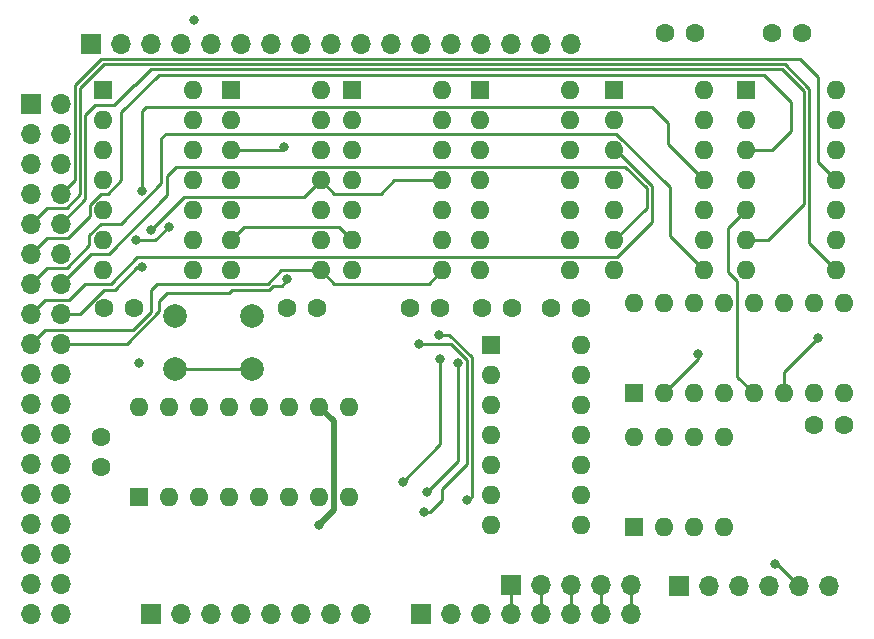
<source format=gbr>
%TF.GenerationSoftware,KiCad,Pcbnew,7.0.9*%
%TF.CreationDate,2025-02-11T06:25:59-06:00*%
%TF.ProjectId,Piggyback MEM0-7 + Addr,50696767-7962-4616-936b-204d454d302d,rev?*%
%TF.SameCoordinates,Original*%
%TF.FileFunction,Copper,L1,Top*%
%TF.FilePolarity,Positive*%
%FSLAX46Y46*%
G04 Gerber Fmt 4.6, Leading zero omitted, Abs format (unit mm)*
G04 Created by KiCad (PCBNEW 7.0.9) date 2025-02-11 06:25:59*
%MOMM*%
%LPD*%
G01*
G04 APERTURE LIST*
%TA.AperFunction,ComponentPad*%
%ADD10C,1.600000*%
%TD*%
%TA.AperFunction,ComponentPad*%
%ADD11R,1.700000X1.700000*%
%TD*%
%TA.AperFunction,ComponentPad*%
%ADD12O,1.700000X1.700000*%
%TD*%
%TA.AperFunction,ComponentPad*%
%ADD13R,1.600000X1.600000*%
%TD*%
%TA.AperFunction,ComponentPad*%
%ADD14O,1.600000X1.600000*%
%TD*%
%TA.AperFunction,ComponentPad*%
%ADD15C,2.000000*%
%TD*%
%TA.AperFunction,ViaPad*%
%ADD16C,0.800000*%
%TD*%
%TA.AperFunction,Conductor*%
%ADD17C,0.400000*%
%TD*%
%TA.AperFunction,Conductor*%
%ADD18C,0.500000*%
%TD*%
%TA.AperFunction,Conductor*%
%ADD19C,0.250000*%
%TD*%
G04 APERTURE END LIST*
D10*
%TO.P,C1,1*%
%TO.N,+5V*%
X75692000Y-90043000D03*
%TO.P,C1,2*%
%TO.N,GND*%
X78232000Y-90043000D03*
%TD*%
D11*
%TO.P,J1,1,Pin_1*%
%TO.N,GND*%
X69469000Y-72771000D03*
D12*
%TO.P,J1,2,Pin_2*%
X72009000Y-72771000D03*
%TO.P,J1,3,Pin_3*%
%TO.N,~{POWER FAIL}*%
X69469000Y-75311000D03*
%TO.P,J1,4,Pin_4*%
%TO.N,MEM OK*%
X72009000Y-75311000D03*
%TO.P,J1,5,Pin_5*%
%TO.N,~{EXEC}*%
X69469000Y-77851000D03*
%TO.P,J1,6,Pin_6*%
%TO.N,~{DEFER}*%
X72009000Y-77851000D03*
%TO.P,J1,7,Pin_7*%
%TO.N,~{FETCH}*%
X69469000Y-80391000D03*
%TO.P,J1,8,Pin_8*%
%TO.N,~{MEM15}*%
X72009000Y-80391000D03*
%TO.P,J1,9,Pin_9*%
%TO.N,~{MEM14}*%
X69469000Y-82931000D03*
%TO.P,J1,10,Pin_10*%
%TO.N,~{MEM13}*%
X72009000Y-82931000D03*
%TO.P,J1,11,Pin_11*%
%TO.N,~{MEM12}*%
X69469000Y-85471000D03*
%TO.P,J1,12,Pin_12*%
%TO.N,~{MEM11}*%
X72009000Y-85471000D03*
%TO.P,J1,13,Pin_13*%
%TO.N,~{MEM10}*%
X69469000Y-88011000D03*
%TO.P,J1,14,Pin_14*%
%TO.N,~{MEM9}*%
X72009000Y-88011000D03*
%TO.P,J1,15,Pin_15*%
%TO.N,~{MEM8}*%
X69469000Y-90551000D03*
%TO.P,J1,16,Pin_16*%
%TO.N,~{MEM7}*%
X72009000Y-90551000D03*
%TO.P,J1,17,Pin_17*%
%TO.N,~{MEM6}*%
X69469000Y-93091000D03*
%TO.P,J1,18,Pin_18*%
%TO.N,~{MEM5}*%
X72009000Y-93091000D03*
%TO.P,J1,19,Pin_19*%
%TO.N,~{MEM4}*%
X69469000Y-95631000D03*
%TO.P,J1,20,Pin_20*%
%TO.N,~{MEM3}*%
X72009000Y-95631000D03*
%TO.P,J1,21,Pin_21*%
%TO.N,~{MEM2}*%
X69469000Y-98171000D03*
%TO.P,J1,22,Pin_22*%
%TO.N,~{MEM1}*%
X72009000Y-98171000D03*
%TO.P,J1,23,Pin_23*%
%TO.N,~{MEM0}*%
X69469000Y-100711000D03*
%TO.P,J1,24,Pin_24*%
%TO.N,~{CARRY}*%
X72009000Y-100711000D03*
%TO.P,J1,25,Pin_25*%
%TO.N,~{ION}*%
X69469000Y-103251000D03*
%TO.P,J1,26,Pin_26*%
%TO.N,~{RUN}*%
X72009000Y-103251000D03*
%TO.P,J1,27,Pin_27*%
%TO.N,~{MBO15}*%
X69469000Y-105791000D03*
%TO.P,J1,28,Pin_28*%
%TO.N,~{MBO14}*%
X72009000Y-105791000D03*
%TO.P,J1,29,Pin_29*%
%TO.N,~{MBO13}*%
X69469000Y-108331000D03*
%TO.P,J1,30,Pin_30*%
%TO.N,~{MBO12}*%
X72009000Y-108331000D03*
%TO.P,J1,31,Pin_31*%
%TO.N,~{MBO11}*%
X69469000Y-110871000D03*
%TO.P,J1,32,Pin_32*%
%TO.N,~{MBO10}*%
X72009000Y-110871000D03*
%TO.P,J1,33,Pin_33*%
%TO.N,~{MBO9}*%
X69469000Y-113411000D03*
%TO.P,J1,34,Pin_34*%
%TO.N,~{MBO8}*%
X72009000Y-113411000D03*
%TO.P,J1,35,Pin_35*%
%TO.N,+5V*%
X69469000Y-115951000D03*
%TO.P,J1,36,Pin_36*%
X72009000Y-115951000D03*
%TD*%
D10*
%TO.P,C7,1*%
%TO.N,+5V*%
X75438000Y-100965000D03*
%TO.P,C7,2*%
%TO.N,GND*%
X75438000Y-103505000D03*
%TD*%
D13*
%TO.P,U1,1*%
%TO.N,CON INST*%
X75565000Y-71628000D03*
D14*
%TO.P,U1,2*%
%TO.N,A15*%
X75565000Y-74168000D03*
%TO.P,U1,3*%
%TO.N,~{MEM0}*%
X75565000Y-76708000D03*
%TO.P,U1,4*%
%TO.N,CON INST*%
X75565000Y-79248000D03*
%TO.P,U1,5*%
%TO.N,A14*%
X75565000Y-81788000D03*
%TO.P,U1,6*%
%TO.N,~{MEM1}*%
X75565000Y-84328000D03*
%TO.P,U1,7,GND*%
%TO.N,GND*%
X75565000Y-86868000D03*
%TO.P,U1,8*%
%TO.N,~{MEM2}*%
X83185000Y-86868000D03*
%TO.P,U1,9*%
%TO.N,CON INST*%
X83185000Y-84328000D03*
%TO.P,U1,10*%
%TO.N,A13*%
X83185000Y-81788000D03*
%TO.P,U1,11*%
%TO.N,~{MEM3}*%
X83185000Y-79248000D03*
%TO.P,U1,12*%
%TO.N,CON INST*%
X83185000Y-76708000D03*
%TO.P,U1,13*%
%TO.N,A12*%
X83185000Y-74168000D03*
%TO.P,U1,14,VCC*%
%TO.N,+5V*%
X83185000Y-71628000D03*
%TD*%
D13*
%TO.P,U8,1*%
%TO.N,CON DATA*%
X118872000Y-71628000D03*
D14*
%TO.P,U8,2*%
%TO.N,Addr08*%
X118872000Y-74168000D03*
%TO.P,U8,3*%
%TO.N,~{MEM8}*%
X118872000Y-76708000D03*
%TO.P,U8,4*%
%TO.N,CON DATA*%
X118872000Y-79248000D03*
%TO.P,U8,5*%
%TO.N,Addr09*%
X118872000Y-81788000D03*
%TO.P,U8,6*%
%TO.N,~{MEM9}*%
X118872000Y-84328000D03*
%TO.P,U8,7,GND*%
%TO.N,GND*%
X118872000Y-86868000D03*
%TO.P,U8,8*%
%TO.N,~{MEM10}*%
X126492000Y-86868000D03*
%TO.P,U8,9*%
%TO.N,CON DATA*%
X126492000Y-84328000D03*
%TO.P,U8,10*%
%TO.N,Addr10*%
X126492000Y-81788000D03*
%TO.P,U8,11*%
%TO.N,~{MEM11}*%
X126492000Y-79248000D03*
%TO.P,U8,12*%
%TO.N,CON DATA*%
X126492000Y-76708000D03*
%TO.P,U8,13*%
%TO.N,Addr11*%
X126492000Y-74168000D03*
%TO.P,U8,14,VCC*%
%TO.N,+5V*%
X126492000Y-71628000D03*
%TD*%
D11*
%TO.P,J3,1,Pin_1*%
%TO.N,A15*%
X74549000Y-67691000D03*
D12*
%TO.P,J3,2,Pin_2*%
%TO.N,A14*%
X77089000Y-67691000D03*
%TO.P,J3,3,Pin_3*%
%TO.N,A13*%
X79629000Y-67691000D03*
%TO.P,J3,4,Pin_4*%
%TO.N,A12*%
X82169000Y-67691000D03*
%TO.P,J3,5,Pin_5*%
%TO.N,A11*%
X84709000Y-67691000D03*
%TO.P,J3,6,Pin_6*%
%TO.N,A10*%
X87249000Y-67691000D03*
%TO.P,J3,7,Pin_7*%
%TO.N,A09*%
X89789000Y-67691000D03*
%TO.P,J3,8,Pin_8*%
%TO.N,A08*%
X92329000Y-67691000D03*
%TO.P,J3,9,Pin_9*%
%TO.N,unconnected-(J3-Pin_9-Pad9)*%
X94869000Y-67691000D03*
%TO.P,J3,10,Pin_10*%
%TO.N,RESTART ENABLE*%
X97409000Y-67691000D03*
%TO.P,J3,11,Pin_11*%
%TO.N,~{RST}*%
X99949000Y-67691000D03*
%TO.P,J3,12,Pin_12*%
%TO.N,~{CON RQ}*%
X102489000Y-67691000D03*
%TO.P,J3,13,Pin_13*%
%TO.N,~{CON INST}*%
X105029000Y-67691000D03*
%TO.P,J3,14,Pin_14*%
%TO.N,~{PL}*%
X107569000Y-67691000D03*
%TO.P,J3,15,Pin_15*%
%TO.N,~{ISTP}*%
X110109000Y-67691000D03*
%TO.P,J3,16,Pin_16*%
%TO.N,A01*%
X112649000Y-67691000D03*
%TO.P,J3,17,Pin_17*%
%TO.N,A00*%
X115189000Y-67691000D03*
%TD*%
D10*
%TO.P,C6,1*%
%TO.N,+5V*%
X135763000Y-99949000D03*
%TO.P,C6,2*%
%TO.N,GND*%
X138303000Y-99949000D03*
%TD*%
D13*
%TO.P,U5,1*%
%TO.N,CON DATA*%
X96647000Y-71628000D03*
D14*
%TO.P,U5,2*%
%TO.N,Addr04*%
X96647000Y-74168000D03*
%TO.P,U5,3*%
%TO.N,~{MEM4}*%
X96647000Y-76708000D03*
%TO.P,U5,4*%
%TO.N,CON DATA*%
X96647000Y-79248000D03*
%TO.P,U5,5*%
%TO.N,Addr05*%
X96647000Y-81788000D03*
%TO.P,U5,6*%
%TO.N,~{MEM5}*%
X96647000Y-84328000D03*
%TO.P,U5,7,GND*%
%TO.N,GND*%
X96647000Y-86868000D03*
%TO.P,U5,8*%
%TO.N,~{MEM6}*%
X104267000Y-86868000D03*
%TO.P,U5,9*%
%TO.N,CON DATA*%
X104267000Y-84328000D03*
%TO.P,U5,10*%
%TO.N,Addr06*%
X104267000Y-81788000D03*
%TO.P,U5,11*%
%TO.N,~{MEM7}*%
X104267000Y-79248000D03*
%TO.P,U5,12*%
%TO.N,CON DATA*%
X104267000Y-76708000D03*
%TO.P,U5,13*%
%TO.N,Addr07*%
X104267000Y-74168000D03*
%TO.P,U5,14,VCC*%
%TO.N,+5V*%
X104267000Y-71628000D03*
%TD*%
D13*
%TO.P,U3,1*%
%TO.N,~{CON INST}*%
X108458000Y-93218000D03*
D14*
%TO.P,U3,2*%
%TO.N,CON INST*%
X108458000Y-95758000D03*
%TO.P,U3,3*%
%TO.N,~{CON DATA}*%
X108458000Y-98298000D03*
%TO.P,U3,4*%
%TO.N,CON DATA*%
X108458000Y-100838000D03*
%TO.P,U3,5*%
%TO.N,N/C*%
X108458000Y-103378000D03*
%TO.P,U3,6*%
X108458000Y-105918000D03*
%TO.P,U3,7,GND*%
%TO.N,GND*%
X108458000Y-108458000D03*
%TO.P,U3,8*%
%TO.N,N/C*%
X116078000Y-108458000D03*
%TO.P,U3,9*%
X116078000Y-105918000D03*
%TO.P,U3,10*%
X116078000Y-103378000D03*
%TO.P,U3,11*%
X116078000Y-100838000D03*
%TO.P,U3,12*%
X116078000Y-98298000D03*
%TO.P,U3,13*%
X116078000Y-95758000D03*
%TO.P,U3,14,VCC*%
%TO.N,+5V*%
X116078000Y-93218000D03*
%TD*%
D13*
%TO.P,U6,1*%
%TO.N,CON DATA*%
X107497000Y-71628000D03*
D14*
%TO.P,U6,2*%
%TO.N,Addr00*%
X107497000Y-74168000D03*
%TO.P,U6,3*%
%TO.N,~{MEM0}*%
X107497000Y-76708000D03*
%TO.P,U6,4*%
%TO.N,CON DATA*%
X107497000Y-79248000D03*
%TO.P,U6,5*%
%TO.N,Addr01*%
X107497000Y-81788000D03*
%TO.P,U6,6*%
%TO.N,~{MEM1}*%
X107497000Y-84328000D03*
%TO.P,U6,7,GND*%
%TO.N,GND*%
X107497000Y-86868000D03*
%TO.P,U6,8*%
%TO.N,~{MEM2}*%
X115117000Y-86868000D03*
%TO.P,U6,9*%
%TO.N,CON DATA*%
X115117000Y-84328000D03*
%TO.P,U6,10*%
%TO.N,Addr02*%
X115117000Y-81788000D03*
%TO.P,U6,11*%
%TO.N,~{MEM3}*%
X115117000Y-79248000D03*
%TO.P,U6,12*%
%TO.N,CON DATA*%
X115117000Y-76708000D03*
%TO.P,U6,13*%
%TO.N,Addr03*%
X115117000Y-74168000D03*
%TO.P,U6,14,VCC*%
%TO.N,+5V*%
X115117000Y-71628000D03*
%TD*%
D10*
%TO.P,C9,1*%
%TO.N,+5V*%
X91186000Y-90043000D03*
%TO.P,C9,2*%
%TO.N,GND*%
X93726000Y-90043000D03*
%TD*%
D11*
%TO.P,J6,1,Pin_1*%
%TO.N,~{CON DATA}*%
X102489000Y-115951000D03*
D12*
%TO.P,J6,2,Pin_2*%
%TO.N,~{CONT+ISTP+MSTP}*%
X105029000Y-115951000D03*
%TO.P,J6,3,Pin_3*%
%TO.N,~{MSTP}*%
X107569000Y-115951000D03*
%TO.P,J6,4,Pin_4*%
%TO.N,DataPin1*%
X110109000Y-115951000D03*
%TO.P,J6,5,Pin_5*%
%TO.N,ClockPin1*%
X112649000Y-115951000D03*
%TO.P,J6,6,Pin_6*%
%TO.N,LatchPin1*%
X115189000Y-115951000D03*
%TO.P,J6,7,Pin_7*%
%TO.N,DataPin2*%
X117729000Y-115951000D03*
%TO.P,J6,8,Pin_8*%
%TO.N,DIP4*%
X120269000Y-115951000D03*
%TD*%
D13*
%TO.P,U7,1*%
%TO.N,CON DATA*%
X130048000Y-71628000D03*
D14*
%TO.P,U7,2*%
%TO.N,Addr12*%
X130048000Y-74168000D03*
%TO.P,U7,3*%
%TO.N,~{MEM12}*%
X130048000Y-76708000D03*
%TO.P,U7,4*%
%TO.N,CON DATA*%
X130048000Y-79248000D03*
%TO.P,U7,5*%
%TO.N,Addr13*%
X130048000Y-81788000D03*
%TO.P,U7,6*%
%TO.N,~{MEM13}*%
X130048000Y-84328000D03*
%TO.P,U7,7,GND*%
%TO.N,GND*%
X130048000Y-86868000D03*
%TO.P,U7,8*%
%TO.N,~{MEM14}*%
X137668000Y-86868000D03*
%TO.P,U7,9*%
%TO.N,CON DATA*%
X137668000Y-84328000D03*
%TO.P,U7,10*%
%TO.N,Addr14*%
X137668000Y-81788000D03*
%TO.P,U7,11*%
%TO.N,~{MEM15}*%
X137668000Y-79248000D03*
%TO.P,U7,12*%
%TO.N,CON DATA*%
X137668000Y-76708000D03*
%TO.P,U7,13*%
%TO.N,Addr15*%
X137668000Y-74168000D03*
%TO.P,U7,14,VCC*%
%TO.N,+5V*%
X137668000Y-71628000D03*
%TD*%
D10*
%TO.P,C4,1*%
%TO.N,+5V*%
X116078000Y-90043000D03*
%TO.P,C4,2*%
%TO.N,GND*%
X113538000Y-90043000D03*
%TD*%
D13*
%TO.P,U4,1,QB*%
%TO.N,Addr01*%
X78613000Y-106045000D03*
D14*
%TO.P,U4,2,QC*%
%TO.N,Addr02*%
X81153000Y-106045000D03*
%TO.P,U4,3,QD*%
%TO.N,Addr03*%
X83693000Y-106045000D03*
%TO.P,U4,4,QE*%
%TO.N,Addr04*%
X86233000Y-106045000D03*
%TO.P,U4,5,QF*%
%TO.N,Addr05*%
X88773000Y-106045000D03*
%TO.P,U4,6,QG*%
%TO.N,Addr06*%
X91313000Y-106045000D03*
%TO.P,U4,7,QH*%
%TO.N,Addr07*%
X93853000Y-106045000D03*
%TO.P,U4,8,GND*%
%TO.N,GND*%
X96393000Y-106045000D03*
%TO.P,U4,9,QH'*%
%TO.N,unconnected-(U4-QH'-Pad9)*%
X96393000Y-98425000D03*
%TO.P,U4,10,~{SRCLR}*%
%TO.N,+5V*%
X93853000Y-98425000D03*
%TO.P,U4,11,SRCLK*%
%TO.N,ClockPin1*%
X91313000Y-98425000D03*
%TO.P,U4,12,RCLK*%
%TO.N,LatchPin1*%
X88773000Y-98425000D03*
%TO.P,U4,13,~{OE}*%
%TO.N,unconnected-(U4-~{OE}-Pad13)*%
X86233000Y-98425000D03*
%TO.P,U4,14,SER*%
%TO.N,DataPin1*%
X83693000Y-98425000D03*
%TO.P,U4,15,QA*%
%TO.N,Addr00*%
X81153000Y-98425000D03*
%TO.P,U4,16,VCC*%
%TO.N,+5V*%
X78613000Y-98425000D03*
%TD*%
D10*
%TO.P,C5,1*%
%TO.N,+5V*%
X132207000Y-66802000D03*
%TO.P,C5,2*%
%TO.N,GND*%
X134747000Y-66802000D03*
%TD*%
%TO.P,C3,1*%
%TO.N,+5V*%
X110236000Y-90043000D03*
%TO.P,C3,2*%
%TO.N,GND*%
X107696000Y-90043000D03*
%TD*%
%TO.P,C8,1*%
%TO.N,+5V*%
X101600000Y-90043000D03*
%TO.P,C8,2*%
%TO.N,GND*%
X104140000Y-90043000D03*
%TD*%
D15*
%TO.P,Button,1,1*%
%TO.N,GND*%
X81661000Y-90744000D03*
X88161000Y-90744000D03*
%TO.P,Button,2,2*%
%TO.N,RST1*%
X81661000Y-95244000D03*
X88161000Y-95244000D03*
%TD*%
D13*
%TO.P,U9,1,QB*%
%TO.N,Addr09*%
X120523000Y-97282000D03*
D14*
%TO.P,U9,2,QC*%
%TO.N,Addr10*%
X123063000Y-97282000D03*
%TO.P,U9,3,QD*%
%TO.N,Addr11*%
X125603000Y-97282000D03*
%TO.P,U9,4,QE*%
%TO.N,Addr12*%
X128143000Y-97282000D03*
%TO.P,U9,5,QF*%
%TO.N,Addr13*%
X130683000Y-97282000D03*
%TO.P,U9,6,QG*%
%TO.N,Addr14*%
X133223000Y-97282000D03*
%TO.P,U9,7,QH*%
%TO.N,Addr15*%
X135763000Y-97282000D03*
%TO.P,U9,8,GND*%
%TO.N,GND*%
X138303000Y-97282000D03*
%TO.P,U9,9,QH'*%
%TO.N,unconnected-(U9-QH'-Pad9)*%
X138303000Y-89662000D03*
%TO.P,U9,10,~{SRCLR}*%
%TO.N,+5V*%
X135763000Y-89662000D03*
%TO.P,U9,11,SRCLK*%
%TO.N,ClockPin2*%
X133223000Y-89662000D03*
%TO.P,U9,12,RCLK*%
%TO.N,LatchPin2*%
X130683000Y-89662000D03*
%TO.P,U9,13,~{OE}*%
%TO.N,unconnected-(U9-~{OE}-Pad13)*%
X128143000Y-89662000D03*
%TO.P,U9,14,SER*%
%TO.N,DataPin2*%
X125603000Y-89662000D03*
%TO.P,U9,15,QA*%
%TO.N,Addr08*%
X123063000Y-89662000D03*
%TO.P,U9,16,VCC*%
%TO.N,+5V*%
X120523000Y-89662000D03*
%TD*%
D11*
%TO.P,J2,1,Pin_1*%
%TO.N,DataPin1*%
X110109000Y-113538000D03*
D12*
%TO.P,J2,2,Pin_2*%
%TO.N,ClockPin1*%
X112649000Y-113538000D03*
%TO.P,J2,3,Pin_3*%
%TO.N,LatchPin1*%
X115189000Y-113538000D03*
%TO.P,J2,4,Pin_4*%
%TO.N,DataPin2*%
X117729000Y-113538000D03*
%TO.P,J2,5,Pin_5*%
%TO.N,DIP4*%
X120269000Y-113538000D03*
%TD*%
D11*
%TO.P,J4,1,Pin_1*%
%TO.N,DIP3*%
X124307600Y-113563400D03*
D12*
%TO.P,J4,2,Pin_2*%
%TO.N,DIP2*%
X126847600Y-113563400D03*
%TO.P,J4,3,Pin_3*%
%TO.N,DIP1*%
X129387600Y-113563400D03*
%TO.P,J4,4,Pin_4*%
%TO.N,ClockPin2*%
X131927600Y-113563400D03*
%TO.P,J4,5,Pin_5*%
%TO.N,LatchPin2*%
X134467600Y-113563400D03*
%TO.P,J4,6,Pin_6*%
%TO.N,/+5V OK*%
X137007600Y-113563400D03*
%TD*%
D13*
%TO.P,U2,1*%
%TO.N,CON INST*%
X86415000Y-71628000D03*
D14*
%TO.P,U2,2*%
%TO.N,A11*%
X86415000Y-74168000D03*
%TO.P,U2,3*%
%TO.N,~{MEM4}*%
X86415000Y-76708000D03*
%TO.P,U2,4*%
%TO.N,CON INST*%
X86415000Y-79248000D03*
%TO.P,U2,5*%
%TO.N,A10*%
X86415000Y-81788000D03*
%TO.P,U2,6*%
%TO.N,~{MEM5}*%
X86415000Y-84328000D03*
%TO.P,U2,7,GND*%
%TO.N,GND*%
X86415000Y-86868000D03*
%TO.P,U2,8*%
%TO.N,~{MEM6}*%
X94035000Y-86868000D03*
%TO.P,U2,9*%
%TO.N,CON INST*%
X94035000Y-84328000D03*
%TO.P,U2,10*%
%TO.N,A09*%
X94035000Y-81788000D03*
%TO.P,U2,11*%
%TO.N,~{MEM7}*%
X94035000Y-79248000D03*
%TO.P,U2,12*%
%TO.N,CON INST*%
X94035000Y-76708000D03*
%TO.P,U2,13*%
%TO.N,A08*%
X94035000Y-74168000D03*
%TO.P,U2,14,VCC*%
%TO.N,+5V*%
X94035000Y-71628000D03*
%TD*%
D10*
%TO.P,C2,1*%
%TO.N,+5V*%
X123190000Y-66802000D03*
%TO.P,C2,2*%
%TO.N,GND*%
X125730000Y-66802000D03*
%TD*%
D13*
%TO.P,SW2,1*%
%TO.N,DIP4*%
X120523000Y-108585000D03*
D14*
%TO.P,SW2,2*%
%TO.N,DIP3*%
X123063000Y-108585000D03*
%TO.P,SW2,3*%
%TO.N,DIP2*%
X125603000Y-108585000D03*
%TO.P,SW2,4*%
%TO.N,DIP1*%
X128143000Y-108585000D03*
%TO.P,SW2,5*%
%TO.N,GND*%
X128143000Y-100965000D03*
%TO.P,SW2,6*%
X125603000Y-100965000D03*
%TO.P,SW2,7*%
X123063000Y-100965000D03*
%TO.P,SW2,8*%
X120523000Y-100965000D03*
%TD*%
D11*
%TO.P,J5,1,Pin_1*%
%TO.N,~{MBO7}*%
X79629000Y-115951000D03*
D12*
%TO.P,J5,2,Pin_2*%
%TO.N,~{MBO6}*%
X82169000Y-115951000D03*
%TO.P,J5,3,Pin_3*%
%TO.N,~{MBO5}*%
X84709000Y-115951000D03*
%TO.P,J5,4,Pin_4*%
%TO.N,~{MBO4}*%
X87249000Y-115951000D03*
%TO.P,J5,5,Pin_5*%
%TO.N,~{MBO3}*%
X89789000Y-115951000D03*
%TO.P,J5,6,Pin_6*%
%TO.N,~{MBO2}*%
X92329000Y-115951000D03*
%TO.P,J5,7,Pin_7*%
%TO.N,~{MBO1}*%
X94869000Y-115951000D03*
%TO.P,J5,8,Pin_8*%
%TO.N,~{STOP}*%
X97409000Y-115951000D03*
%TD*%
D16*
%TO.N,+5V*%
X83312000Y-65659000D03*
X78613000Y-94742000D03*
X93853000Y-108458000D03*
%TO.N,~{MEM11}*%
X78867000Y-80137000D03*
%TO.N,~{MEM7}*%
X78867000Y-86614000D03*
X79629000Y-83439000D03*
%TO.N,~{MEM5}*%
X91186000Y-87630000D03*
%TO.N,~{MEM4}*%
X90932000Y-76454000D03*
%TO.N,~{MEM1}*%
X81153000Y-83185000D03*
X78359000Y-84328000D03*
%TO.N,LatchPin2*%
X132461000Y-111760000D03*
%TO.N,Addr04*%
X100965000Y-104775000D03*
X104140000Y-94361000D03*
%TO.N,Addr05*%
X102997000Y-105664000D03*
X105664000Y-94742000D03*
%TO.N,Addr06*%
X102743000Y-107315000D03*
X102362000Y-93091000D03*
%TO.N,Addr07*%
X106426000Y-106299000D03*
X104013000Y-92329000D03*
%TO.N,Addr10*%
X125984000Y-93980000D03*
%TO.N,Addr14*%
X136144000Y-92583000D03*
%TD*%
D17*
%TO.N,+5V*%
X93853000Y-98425000D02*
X95053000Y-99625000D01*
D18*
X93853000Y-108458000D02*
X95103000Y-107208000D01*
X95103000Y-99675000D02*
X93853000Y-98425000D01*
X95103000Y-107208000D02*
X95103000Y-99675000D01*
D19*
%TO.N,~{MEM15}*%
X136144000Y-77724000D02*
X136144000Y-70485000D01*
X73184000Y-79216000D02*
X72009000Y-80391000D01*
X136144000Y-70485000D02*
X134620000Y-68961000D01*
X75438000Y-68961000D02*
X73184000Y-71215000D01*
X137668000Y-79248000D02*
X136144000Y-77724000D01*
X73184000Y-71215000D02*
X73184000Y-79216000D01*
X134620000Y-68961000D02*
X75438000Y-68961000D01*
%TO.N,~{MEM14}*%
X135382000Y-71501000D02*
X135382000Y-84582000D01*
X133292000Y-69411000D02*
X135382000Y-71501000D01*
X75624396Y-69411000D02*
X133292000Y-69411000D01*
X73634000Y-71401396D02*
X75624396Y-69411000D01*
X70834000Y-81566000D02*
X72495701Y-81566000D01*
X135382000Y-84582000D02*
X137668000Y-86868000D01*
X69469000Y-82931000D02*
X70834000Y-81566000D01*
X73634000Y-80427701D02*
X73634000Y-71401396D01*
X72495701Y-81566000D02*
X73634000Y-80427701D01*
%TO.N,~{MEM13}*%
X131884000Y-84328000D02*
X130048000Y-84328000D01*
X78279000Y-71211000D02*
X79629000Y-69861000D01*
X74084000Y-80856000D02*
X74084000Y-73744000D01*
X74930000Y-72898000D02*
X76545000Y-72898000D01*
X134932000Y-71687396D02*
X134932000Y-81280000D01*
X76545000Y-72898000D02*
X78232000Y-71211000D01*
X74084000Y-73744000D02*
X74930000Y-72898000D01*
X72009000Y-82931000D02*
X74084000Y-80856000D01*
X134932000Y-81280000D02*
X131884000Y-84328000D01*
X133105604Y-69861000D02*
X134932000Y-71687396D01*
X79629000Y-69861000D02*
X133105604Y-69861000D01*
X78232000Y-71211000D02*
X78279000Y-71211000D01*
%TO.N,~{MEM12}*%
X74440000Y-82278000D02*
X74440000Y-81322009D01*
X77135198Y-73486802D02*
X80311000Y-70311000D01*
X72612000Y-84106000D02*
X74440000Y-82278000D01*
X80311000Y-70311000D02*
X131525000Y-70311000D01*
X133858000Y-72644000D02*
X133858000Y-75057000D01*
X75371009Y-80391000D02*
X76012991Y-80391000D01*
X133858000Y-75057000D02*
X132207000Y-76708000D01*
X70834000Y-84106000D02*
X72612000Y-84106000D01*
X131525000Y-70311000D02*
X133858000Y-72644000D01*
X76012991Y-80391000D02*
X77135198Y-79268793D01*
X132207000Y-76708000D02*
X130048000Y-76708000D01*
X77135198Y-79268793D02*
X77135198Y-73486802D01*
X74440000Y-81322009D02*
X75371009Y-80391000D01*
X69469000Y-85471000D02*
X70834000Y-84106000D01*
%TO.N,~{MEM11}*%
X78867000Y-80137000D02*
X78867000Y-73406000D01*
X122065000Y-73043000D02*
X123444000Y-74422000D01*
X123444000Y-74422000D02*
X123444000Y-76200000D01*
X78867000Y-73406000D02*
X79230000Y-73043000D01*
X123444000Y-76200000D02*
X126492000Y-79248000D01*
X79230000Y-73043000D02*
X122065000Y-73043000D01*
%TO.N,~{MEM10}*%
X80917000Y-75293000D02*
X119047991Y-75293000D01*
X80518000Y-79511305D02*
X80518000Y-75692000D01*
X77116305Y-82913000D02*
X80518000Y-79511305D01*
X123571000Y-79816009D02*
X123571000Y-83947000D01*
X119047991Y-75293000D02*
X123571000Y-79816009D01*
X75389009Y-82913000D02*
X77116305Y-82913000D01*
X72495701Y-86646000D02*
X74422000Y-84719701D01*
X74422000Y-84719701D02*
X74422000Y-83880009D01*
X74422000Y-83880009D02*
X75389009Y-82913000D01*
X70834000Y-86646000D02*
X72495701Y-86646000D01*
X69469000Y-88011000D02*
X70834000Y-86646000D01*
X80518000Y-75692000D02*
X80917000Y-75293000D01*
X123571000Y-83947000D02*
X126492000Y-86868000D01*
%TO.N,~{MEM9}*%
X118872000Y-84328000D02*
X121602500Y-81597500D01*
X76091000Y-85453000D02*
X74567000Y-85453000D01*
X81026000Y-78867000D02*
X81026000Y-80518000D01*
X81770000Y-78123000D02*
X81026000Y-78867000D01*
X121602500Y-79946500D02*
X119779000Y-78123000D01*
X119779000Y-78123000D02*
X81770000Y-78123000D01*
X74567000Y-85453000D02*
X72009000Y-88011000D01*
X81026000Y-80518000D02*
X76091000Y-85453000D01*
X121602500Y-81597500D02*
X121602500Y-79946500D01*
%TO.N,~{MEM8}*%
X119000396Y-76708000D02*
X122052500Y-79760104D01*
X72676000Y-89376000D02*
X70644000Y-89376000D01*
X122052500Y-82816500D02*
X119126000Y-85743000D01*
X122052500Y-79760104D02*
X122052500Y-82816500D01*
X74059000Y-87993000D02*
X72676000Y-89376000D01*
X76218000Y-87993000D02*
X74059000Y-87993000D01*
X118872000Y-76708000D02*
X119000396Y-76708000D01*
X78468000Y-85743000D02*
X76218000Y-87993000D01*
X119126000Y-85743000D02*
X78468000Y-85743000D01*
X70644000Y-89376000D02*
X69469000Y-90551000D01*
%TO.N,~{MEM7}*%
X94035000Y-79248000D02*
X92620000Y-80663000D01*
X99078000Y-80373000D02*
X100203000Y-79248000D01*
X75625009Y-88519000D02*
X76581000Y-88519000D01*
X73593009Y-90551000D02*
X75625009Y-88519000D01*
X78486000Y-86614000D02*
X78867000Y-86614000D01*
X82405000Y-80663000D02*
X79629000Y-83439000D01*
X92620000Y-80663000D02*
X82405000Y-80663000D01*
X72009000Y-90551000D02*
X73593009Y-90551000D01*
X94035000Y-79248000D02*
X95160000Y-80373000D01*
X76581000Y-88519000D02*
X78486000Y-86614000D01*
X95160000Y-80373000D02*
X99078000Y-80373000D01*
X100203000Y-79248000D02*
X104267000Y-79248000D01*
%TO.N,~{MEM6}*%
X103142000Y-87993000D02*
X104267000Y-86868000D01*
X70644000Y-91916000D02*
X78137000Y-91916000D01*
X80137000Y-88011000D02*
X89535000Y-88011000D01*
X69469000Y-93091000D02*
X70644000Y-91916000D01*
X79629000Y-90424000D02*
X79629000Y-88519000D01*
X95160000Y-87993000D02*
X103142000Y-87993000D01*
X79629000Y-88519000D02*
X80137000Y-88011000D01*
X90678000Y-86868000D02*
X94035000Y-86868000D01*
X89535000Y-88011000D02*
X90678000Y-86868000D01*
X94035000Y-86868000D02*
X95160000Y-87993000D01*
X78137000Y-91916000D02*
X79629000Y-90424000D01*
%TO.N,~{MEM5}*%
X77598396Y-93091000D02*
X80336000Y-90353396D01*
X86233000Y-88773000D02*
X86487000Y-88519000D01*
X80336000Y-90353396D02*
X80336000Y-89463000D01*
X86487000Y-88519000D02*
X89663396Y-88519000D01*
X89663396Y-88519000D02*
X89985000Y-88197396D01*
X80336000Y-89463000D02*
X81026000Y-88773000D01*
X86415000Y-84328000D02*
X87540000Y-83203000D01*
X90745604Y-88197396D02*
X91186000Y-87630000D01*
X87540000Y-83203000D02*
X95522000Y-83203000D01*
X72009000Y-93091000D02*
X77598396Y-93091000D01*
X91186000Y-87630000D02*
X91186000Y-87757000D01*
X89985000Y-88197396D02*
X90745604Y-88197396D01*
X81026000Y-88773000D02*
X86233000Y-88773000D01*
X95522000Y-83203000D02*
X96647000Y-84328000D01*
%TO.N,~{MEM4}*%
X90678000Y-76708000D02*
X90932000Y-76454000D01*
X86415000Y-76708000D02*
X90678000Y-76708000D01*
%TO.N,~{MEM1}*%
X80010000Y-84328000D02*
X81153000Y-83185000D01*
X78359000Y-84328000D02*
X80010000Y-84328000D01*
%TO.N,DataPin1*%
X110109000Y-113538000D02*
X110109000Y-115951000D01*
%TO.N,ClockPin1*%
X112649000Y-113538000D02*
X112649000Y-115951000D01*
%TO.N,LatchPin1*%
X115189000Y-113538000D02*
X115189000Y-115951000D01*
%TO.N,DataPin2*%
X117729000Y-113538000D02*
X117729000Y-115951000D01*
%TO.N,DIP4*%
X120269000Y-113538000D02*
X120269000Y-115951000D01*
%TO.N,LatchPin2*%
X134467600Y-113563400D02*
X132664200Y-111760000D01*
X132664200Y-111760000D02*
X132461000Y-111760000D01*
%TO.N,RST1*%
X81661000Y-95244000D02*
X88161000Y-95244000D01*
%TO.N,Addr04*%
X104140000Y-101600000D02*
X104140000Y-100965000D01*
X104140000Y-94361000D02*
X104140000Y-100965000D01*
X100965000Y-104775000D02*
X104140000Y-101600000D01*
%TO.N,Addr05*%
X105664000Y-94742000D02*
X105664000Y-102997000D01*
X105664000Y-102997000D02*
X102997000Y-105664000D01*
%TO.N,Addr06*%
X104267000Y-105410000D02*
X104267000Y-106299000D01*
X102362000Y-93091000D02*
X105038305Y-93091000D01*
X104267000Y-106299000D02*
X103251000Y-107315000D01*
X106389000Y-94441695D02*
X106389000Y-103288000D01*
X105038305Y-93091000D02*
X106389000Y-94441695D01*
X106389000Y-103288000D02*
X104267000Y-105410000D01*
X103251000Y-107315000D02*
X102743000Y-107315000D01*
%TO.N,Addr07*%
X106553000Y-106299000D02*
X106839000Y-106013000D01*
X106426000Y-106299000D02*
X106553000Y-106299000D01*
X106839000Y-106013000D02*
X106839000Y-94255299D01*
X106426000Y-106426000D02*
X106426000Y-106299000D01*
X106839000Y-94255299D02*
X104912701Y-92329000D01*
X104912701Y-92329000D02*
X104013000Y-92329000D01*
%TO.N,Addr10*%
X125984000Y-94361000D02*
X125984000Y-93980000D01*
X123063000Y-97282000D02*
X125984000Y-94361000D01*
%TO.N,Addr13*%
X129268000Y-87739000D02*
X128524000Y-86995000D01*
X129268000Y-95867000D02*
X129268000Y-87739000D01*
X130683000Y-97282000D02*
X129268000Y-95867000D01*
X128524000Y-83312000D02*
X130048000Y-81788000D01*
X128524000Y-86995000D02*
X128524000Y-83312000D01*
%TO.N,Addr14*%
X133223000Y-95504000D02*
X136144000Y-92583000D01*
X133223000Y-97282000D02*
X133223000Y-95504000D01*
%TD*%
M02*

</source>
